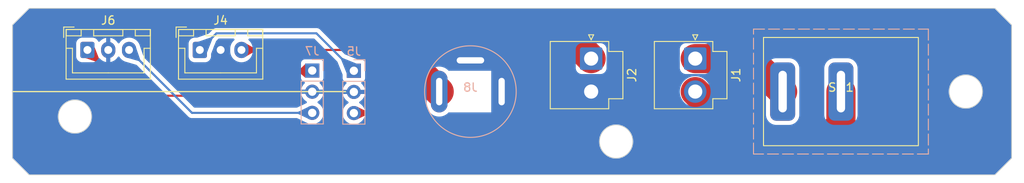
<source format=kicad_pcb>
(kicad_pcb (version 20221018) (generator pcbnew)
  (layers (0 "F.Cu" signal) (31 "B.Cu" signal) (34 "B.Paste" user) (35 "F.Paste" user) (36 "B.SilkS" user "B.Silkscreen") (37 "F.SilkS" user "F.Silkscreen") (38 "B.Mask" user) (39 "F.Mask" user) (44 "Edge.Cuts" user))
  (net 0 "")
  (net 1 "Net-(J1-Pin_1)")
  (net 2 "Net-(J1-Pin_2)")
  (net 3 "Net-(J2-Pin_1)")
  (net 4 "GND")
  (net 5 "Net-(J4-Pin_1)")
  (net 6 "Net-(J4-Pin_3)")
  (net 7 "Net-(J6-Pin_1)")
  (net 8 "Net-(J6-Pin_3)")
  (footprint "Connector_JST:JST_VH_B2P-VH-B_1x02_P3.96mm_Vertical" (layer "F.Cu") (at 157.5 56.04 -90)
    (fp_text reference "J1" (at 1.98 -4.9 90) (layer "F.SilkS"))
    (fp_text value "Conn_01x02")
    (fp_line (start -2.86 -0.3) (end -2.26 0) (stroke (width 0.12)) (layer "F.SilkS"))
    (fp_line (start -2.86 0.3) (end -2.86 -0.3) (stroke (width 0.12)) (layer "F.SilkS"))
    (fp_line (start -2.26 0) (end -2.86 0.3) (stroke (width 0.12)) (layer "F.SilkS"))
    (fp_line (start -2.06 -2.11) (end -0.86 -2.11) (stroke (width 0.12)) (layer "F.SilkS"))
    (fp_line (start -2.06 4.91) (end -2.06 -2.11) (stroke (width 0.12)) (layer "F.SilkS"))
    (fp_line (start -0.86 -3.81) (end 4.82 -3.81) (stroke (width 0.12)) (layer "F.SilkS"))
    (fp_line (start -0.86 -2.11) (end -0.86 -3.81) (stroke (width 0.12)) (layer "F.SilkS"))
    (fp_line (start 4.82 -3.81) (end 4.82 -2.11) (stroke (width 0.12)) (layer "F.SilkS"))
    (fp_line (start 4.82 -2.11) (end 6.02 -2.11) (stroke (width 0.12)) (layer "F.SilkS"))
    (fp_line (start 6.02 -2.11) (end 6.02 4.91) (stroke (width 0.12)) (layer "F.SilkS"))
    (fp_line (start 6.02 4.91) (end -2.06 4.91) (stroke (width 0.12)) (layer "F.SilkS"))
    (pad "1" thru_hole roundrect (at 0 0 270) (size 2.7 2.7) (drill 1.7) (layers "*.Cu" "*.Mask") (roundrect_rratio 0.09259296296) (net 1 "Net-(J1-Pin_1)"))
    (pad "2" thru_hole circle (at 3.96 0 270) (size 2.7 2.7) (drill 1.7) (layers "*.Cu" "*.Mask") (net 2 "Net-(J1-Pin_2)"))
  )
  (footprint "Connector_JST:JST_VH_B2P-VH-B_1x02_P3.96mm_Vertical" (layer "F.Cu") (at 145 56.04 -90)
    (fp_text reference "J2" (at 1.98 -4.9 90) (layer "F.SilkS"))
    (fp_text value "Conn_01x02")
    (fp_line (start -2.86 -0.3) (end -2.26 0) (stroke (width 0.12)) (layer "F.SilkS"))
    (fp_line (start -2.86 0.3) (end -2.86 -0.3) (stroke (width 0.12)) (layer "F.SilkS"))
    (fp_line (start -2.26 0) (end -2.86 0.3) (stroke (width 0.12)) (layer "F.SilkS"))
    (fp_line (start -2.06 -2.11) (end -0.86 -2.11) (stroke (width 0.12)) (layer "F.SilkS"))
    (fp_line (start -2.06 4.91) (end -2.06 -2.11) (stroke (width 0.12)) (layer "F.SilkS"))
    (fp_line (start -0.86 -3.81) (end 4.82 -3.81) (stroke (width 0.12)) (layer "F.SilkS"))
    (fp_line (start -0.86 -2.11) (end -0.86 -3.81) (stroke (width 0.12)) (layer "F.SilkS"))
    (fp_line (start 4.82 -3.81) (end 4.82 -2.11) (stroke (width 0.12)) (layer "F.SilkS"))
    (fp_line (start 4.82 -2.11) (end 6.02 -2.11) (stroke (width 0.12)) (layer "F.SilkS"))
    (fp_line (start 6.02 -2.11) (end 6.02 4.91) (stroke (width 0.12)) (layer "F.SilkS"))
    (fp_line (start 6.02 4.91) (end -2.06 4.91) (stroke (width 0.12)) (layer "F.SilkS"))
    (pad "1" thru_hole roundrect (at 0 0 270) (size 2.7 2.7) (drill 1.7) (layers "*.Cu" "*.Mask") (roundrect_rratio 0.09259296296) (net 3 "Net-(J2-Pin_1)"))
    (pad "2" thru_hole circle (at 3.96 0 270) (size 2.7 2.7) (drill 1.7) (layers "*.Cu" "*.Mask") (net 4 "GND"))
  )
  (footprint "Power:Marquart" (layer "F.Cu") (at 175 60)
    (fp_text reference "SW1" (at 0 -0.5 unlocked) (layer "F.SilkS"))
    (fp_text value "SW_SPST")
    (fp_rect (start -10.5 -7.5) (end 10.5 7.5) (stroke (width 0.12) (type dash)) (fill none) (layer "B.SilkS"))
    (fp_rect (start -9.3 -6.5) (end 9.3 6.5) (stroke (width 0.12)) (fill none) (layer "F.SilkS"))
    (pad "1" thru_hole roundrect (at -7 0) (size 3 7) (drill oval 1 5) (layers "*.Cu" "*.Mask") (net 1 "Net-(J1-Pin_1)"))
    (pad "2" thru_hole roundrect (at 0 0) (size 3 7) (drill oval 1 5) (layers "*.Cu" "*.Mask") (net 2 "Net-(J1-Pin_2)"))
  )
  (footprint "Connector_JST:JST_XH_B3B-XH-A_1x03_P2.50mm_Vertical" (layer "F.Cu") (at 98 55)
    (fp_text reference "J4" (at 2.5 -3.55) (layer "F.SilkS"))
    (fp_text value "Conn_01x03")
    (fp_line (start -2.85 -2.75) (end -2.85 -1.5) (stroke (width 0.12)) (layer "F.SilkS"))
    (fp_line (start -2.56 -2.46) (end -2.56 3.51) (stroke (width 0.12)) (layer "F.SilkS"))
    (fp_line (start -2.56 3.51) (end 7.56 3.51) (stroke (width 0.12)) (layer "F.SilkS"))
    (fp_line (start -2.55 -2.45) (end -2.55 -1.7) (stroke (width 0.12)) (layer "F.SilkS"))
    (fp_line (start -2.55 -1.7) (end -0.75 -1.7) (stroke (width 0.12)) (layer "F.SilkS"))
    (fp_line (start -2.55 -0.2) (end -1.8 -0.2) (stroke (width 0.12)) (layer "F.SilkS"))
    (fp_line (start -1.8 -0.2) (end -1.8 2.75) (stroke (width 0.12)) (layer "F.SilkS"))
    (fp_line (start -1.8 2.75) (end 2.5 2.75) (stroke (width 0.12)) (layer "F.SilkS"))
    (fp_line (start -1.6 -2.75) (end -2.85 -2.75) (stroke (width 0.12)) (layer "F.SilkS"))
    (fp_line (start -0.75 -2.45) (end -2.55 -2.45) (stroke (width 0.12)) (layer "F.SilkS"))
    (fp_line (start -0.75 -1.7) (end -0.75 -2.45) (stroke (width 0.12)) (layer "F.SilkS"))
    (fp_line (start 0.75 -2.45) (end 0.75 -1.7) (stroke (width 0.12)) (layer "F.SilkS"))
    (fp_line (start 0.75 -1.7) (end 4.25 -1.7) (stroke (width 0.12)) (layer "F.SilkS"))
    (fp_line (start 4.25 -2.45) (end 0.75 -2.45) (stroke (width 0.12)) (layer "F.SilkS"))
    (fp_line (start 4.25 -1.7) (end 4.25 -2.45) (stroke (width 0.12)) (layer "F.SilkS"))
    (fp_line (start 5.75 -2.45) (end 5.75 -1.7) (stroke (width 0.12)) (layer "F.SilkS"))
    (fp_line (start 5.75 -1.7) (end 7.55 -1.7) (stroke (width 0.12)) (layer "F.SilkS"))
    (fp_line (start 6.8 -0.2) (end 6.8 2.75) (stroke (width 0.12)) (layer "F.SilkS"))
    (fp_line (start 6.8 2.75) (end 2.5 2.75) (stroke (width 0.12)) (layer "F.SilkS"))
    (fp_line (start 7.55 -2.45) (end 5.75 -2.45) (stroke (width 0.12)) (layer "F.SilkS"))
    (fp_line (start 7.55 -1.7) (end 7.55 -2.45) (stroke (width 0.12)) (layer "F.SilkS"))
    (fp_line (start 7.55 -0.2) (end 6.8 -0.2) (stroke (width 0.12)) (layer "F.SilkS"))
    (fp_line (start 7.56 -2.46) (end -2.56 -2.46) (stroke (width 0.12)) (layer "F.SilkS"))
    (fp_line (start 7.56 3.51) (end 7.56 -2.46) (stroke (width 0.12)) (layer "F.SilkS"))
    (pad "1" thru_hole roundrect (at 0 0) (size 1.7 1.95) (drill 0.95) (layers "*.Cu" "*.Mask") (roundrect_rratio 0.1470588235) (net 5 "Net-(J4-Pin_1)"))
    (pad "2" thru_hole oval (at 2.5 0) (size 1.7 1.95) (drill 0.95) (layers "*.Cu" "*.Mask") (net 4 "GND"))
    (pad "3" thru_hole oval (at 5 0) (size 1.7 1.95) (drill 0.95) (layers "*.Cu" "*.Mask") (net 6 "Net-(J4-Pin_3)"))
  )
  (footprint "Connector_JST:JST_XH_B3B-XH-A_1x03_P2.50mm_Vertical" (layer "F.Cu") (at 84.5 55)
    (fp_text reference "J6" (at 2.5 -3.55) (layer "F.SilkS"))
    (fp_text value "Conn_01x03")
    (fp_line (start -2.85 -2.75) (end -2.85 -1.5) (stroke (width 0.12)) (layer "F.SilkS"))
    (fp_line (start -2.56 -2.46) (end -2.56 3.51) (stroke (width 0.12)) (layer "F.SilkS"))
    (fp_line (start -2.56 3.51) (end 7.56 3.51) (stroke (width 0.12)) (layer "F.SilkS"))
    (fp_line (start -2.55 -2.45) (end -2.55 -1.7) (stroke (width 0.12)) (layer "F.SilkS"))
    (fp_line (start -2.55 -1.7) (end -0.75 -1.7) (stroke (width 0.12)) (layer "F.SilkS"))
    (fp_line (start -2.55 -0.2) (end -1.8 -0.2) (stroke (width 0.12)) (layer "F.SilkS"))
    (fp_line (start -1.8 -0.2) (end -1.8 2.75) (stroke (width 0.12)) (layer "F.SilkS"))
    (fp_line (start -1.8 2.75) (end 2.5 2.75) (stroke (width 0.12)) (layer "F.SilkS"))
    (fp_line (start -1.6 -2.75) (end -2.85 -2.75) (stroke (width 0.12)) (layer "F.SilkS"))
    (fp_line (start -0.75 -2.45) (end -2.55 -2.45) (stroke (width 0.12)) (layer "F.SilkS"))
    (fp_line (start -0.75 -1.7) (end -0.75 -2.45) (stroke (width 0.12)) (layer "F.SilkS"))
    (fp_line (start 0.75 -2.45) (end 0.75 -1.7) (stroke (width 0.12)) (layer "F.SilkS"))
    (fp_line (start 0.75 -1.7) (end 4.25 -1.7) (stroke (width 0.12)) (layer "F.SilkS"))
    (fp_line (start 4.25 -2.45) (end 0.75 -2.45) (stroke (width 0.12)) (layer "F.SilkS"))
    (fp_line (start 4.25 -1.7) (end 4.25 -2.45) (stroke (width 0.12)) (layer "F.SilkS"))
    (fp_line (start 5.75 -2.45) (end 5.75 -1.7) (stroke (width 0.12)) (layer "F.SilkS"))
    (fp_line (start 5.75 -1.7) (end 7.55 -1.7) (stroke (width 0.12)) (layer "F.SilkS"))
    (fp_line (start 6.8 -0.2) (end 6.8 2.75) (stroke (width 0.12)) (layer "F.SilkS"))
    (fp_line (start 6.8 2.75) (end 2.5 2.75) (stroke (width 0.12)) (layer "F.SilkS"))
    (fp_line (start 7.55 -2.45) (end 5.75 -2.45) (stroke (width 0.12)) (layer "F.SilkS"))
    (fp_line (start 7.55 -1.7) (end 7.55 -2.45) (stroke (width 0.12)) (layer "F.SilkS"))
    (fp_line (start 7.55 -0.2) (end 6.8 -0.2) (stroke (width 0.12)) (layer "F.SilkS"))
    (fp_line (start 7.56 -2.46) (end -2.56 -2.46) (stroke (width 0.12)) (layer "F.SilkS"))
    (fp_line (start 7.56 3.51) (end 7.56 -2.46) (stroke (width 0.12)) (layer "F.SilkS"))
    (pad "1" thru_hole roundrect (at 0 0) (size 1.7 1.95) (drill 0.95) (layers "*.Cu" "*.Mask") (roundrect_rratio 0.1470588235) (net 7 "Net-(J6-Pin_1)"))
    (pad "2" thru_hole oval (at 2.5 0) (size 1.7 1.95) (drill 0.95) (layers "*.Cu" "*.Mask") (net 4 "GND"))
    (pad "3" thru_hole oval (at 5 0) (size 1.7 1.95) (drill 0.95) (layers "*.Cu" "*.Mask") (net 8 "Net-(J6-Pin_3)"))
  )
  (footprint "Connector_PinHeader_2.54mm:PinHeader_1x03_P2.54mm_Vertical" (layer "B.Cu") (at 111.5 57.475 180)
    (fp_text reference "J7" (at 0 2.33) (layer "B.SilkS") (effects (justify mirror)))
    (fp_text value "Conn_01x03")
    (fp_line (start -1.33 -6.41) (end 1.33 -6.41) (stroke (width 0.12)) (layer "B.SilkS"))
    (fp_line (start -1.33 -1.27) (end -1.33 -6.41) (stroke (width 0.12)) (layer "B.SilkS"))
    (fp_line (start -1.33 -1.27) (end 1.33 -1.27) (stroke (width 0.12)) (layer "B.SilkS"))
    (fp_line (start -1.33 0) (end -1.33 1.33) (stroke (width 0.12)) (layer "B.SilkS"))
    (fp_line (start -1.33 1.33) (end 0 1.33) (stroke (width 0.12)) (layer "B.SilkS"))
    (fp_line (start 1.33 -1.27) (end 1.33 -6.41) (stroke (width 0.12)) (layer "B.SilkS"))
    (pad "1" thru_hole rect (at 0 0 180) (size 1.7 1.7) (drill 1) (layers "*.Cu" "*.Mask") (net 7 "Net-(J6-Pin_1)"))
    (pad "2" thru_hole oval (at 0 -2.54 180) (size 1.7 1.7) (drill 1) (layers "*.Cu" "*.Mask") (net 4 "GND"))
    (pad "3" thru_hole oval (at 0 -5.08 180) (size 1.7 1.7) (drill 1) (layers "*.Cu" "*.Mask") (net 8 "Net-(J6-Pin_3)"))
  )
  (footprint "TeenAstro:BarrelJack_Vertical" (layer "B.Cu") (at 130.5 60 180)
    (fp_text reference "J8" (at 0 0.5 unlocked) (layer "B.SilkS") (effects (justify mirror)))
    (fp_text value "Barrel_Jack_MountingPin")
    (fp_circle (center 0 0) (end 5.5 0) (stroke (width 0.12)) (fill none) (layer "B.SilkS"))
    (pad "1" thru_hole oval (at 3.75 0 90) (size 5 2) (drill oval 3.3 0.75) (layers "*.Cu" "*.Mask") (net 3 "Net-(J2-Pin_1)"))
    (pad "2" thru_hole oval (at 0 3.75 180) (size 5 2) (drill oval 3.3 0.75) (layers "*.Cu" "*.Mask") (net 4 "GND"))
    (pad "MP" thru_hole oval (at -3.75 0 90) (size 5 2) (drill oval 3.3 0.75) (layers "*.Cu" "*.Mask") (net 4 "GND"))
    (zone (net 0) (net_name "") (layer "B.Cu") (connect_pads (clearance 0)) (min_thickness 0.254)
      (keepout (tracks not_allowed) (vias not_allowed) (pads not_allowed) (copperpour not_allowed) (footprints allowed))
      (fill (thermal_gap 0.508) (thermal_bridge_width 0.508))
      (polygon (pts (xy 128 62.5) (xy 133 62.5) (xy 133 57.5) (xy 128 57.5)))
    )
  )
  (footprint "Connector_PinHeader_2.54mm:PinHeader_1x03_P2.54mm_Vertical" (layer "B.Cu") (at 116.5 57.5 180)
    (fp_text reference "J5" (at 0 2.33) (layer "B.SilkS") (effects (justify mirror)))
    (fp_text value "Conn_01x03")
    (fp_line (start -1.33 -6.41) (end 1.33 -6.41) (stroke (width 0.12)) (layer "B.SilkS"))
    (fp_line (start -1.33 -1.27) (end -1.33 -6.41) (stroke (width 0.12)) (layer "B.SilkS"))
    (fp_line (start -1.33 -1.27) (end 1.33 -1.27) (stroke (width 0.12)) (layer "B.SilkS"))
    (fp_line (start -1.33 0) (end -1.33 1.33) (stroke (width 0.12)) (layer "B.SilkS"))
    (fp_line (start -1.33 1.33) (end 0 1.33) (stroke (width 0.12)) (layer "B.SilkS"))
    (fp_line (start 1.33 -1.27) (end 1.33 -6.41) (stroke (width 0.12)) (layer "B.SilkS"))
    (pad "1" thru_hole rect (at 0 0 180) (size 1.7 1.7) (drill 1) (layers "*.Cu" "*.Mask") (net 5 "Net-(J4-Pin_1)"))
    (pad "2" thru_hole oval (at 0 -2.54 180) (size 1.7 1.7) (drill 1) (layers "*.Cu" "*.Mask") (net 4 "GND"))
    (pad "3" thru_hole oval (at 0 -5.08 180) (size 1.7 1.7) (drill 1) (layers "*.Cu" "*.Mask") (net 6 "Net-(J4-Pin_3)"))
  )
  (gr_line (start 75.5 60) (end 115.5 60) (stroke (width 0.15)) (layer "F.SilkS"))
  (gr_circle (center 148 66) (end 150 66) (stroke (width 0.1)) (fill none) (layer "Edge.Cuts"))
  (gr_circle (center 190 60) (end 192 60) (stroke (width 0.1)) (fill none) (layer "Edge.Cuts"))
  (gr_circle (center 83 63) (end 85 63) (stroke (width 0.1)) (fill none) (layer "Edge.Cuts"))
  (gr_poly (pts (xy 75.5 52) (xy 77.5 50) (xy 193.5 50) (xy 195.5 52) (xy 195.5 68) (xy 193.5 70) (xy 77.5 70) (xy 75.5 68)) (stroke (width 0.1)) (fill none) (layer "Edge.Cuts"))
  (segment (start 157.5 56.04) (end 164.04 56.04) (width 3.5) (layer "F.Cu") (net 1))
  (segment (start 164.04 56.04) (end 168 60) (width 3.5) (layer "F.Cu") (net 1))
  (segment (start 164.5 67) (end 157.5 60) (width 3.5) (layer "F.Cu") (net 2))
  (segment (start 175 64) (end 172 67) (width 3.5) (layer "F.Cu") (net 2))
  (segment (start 175 60) (end 175 64) (width 3.5) (layer "F.Cu") (net 2))
  (segment (start 172 67) (end 164.5 67) (width 3.5) (layer "F.Cu") (net 2))
  (segment (start 124.5 55) (end 127 52.5) (width 3.5) (layer "F.Cu") (net 3))
  (segment (start 126.75 60) (end 124.5 57.75) (width 3.5) (layer "F.Cu") (net 3))
  (segment (start 141.46 52.5) (end 145 56.04) (width 3.5) (layer "F.Cu") (net 3))
  (segment (start 124.5 57.75) (end 124.5 55) (width 3.5) (layer "F.Cu") (net 3))
  (segment (start 127 52.5) (end 141.46 52.5) (width 3.5) (layer "F.Cu") (net 3))
  (segment (start 112 53) (end 116.5 57.5) (width 0.25) (layer "B.Cu") (net 5))
  (segment (start 98 55) (end 100 53) (width 0.25) (layer "B.Cu") (net 5))
  (segment (start 100 53) (end 112 53) (width 0.25) (layer "B.Cu") (net 5))
  (segment (start 103 55) (end 119 55) (width 0.25) (layer "F.Cu") (net 6))
  (segment (start 118.92 62.58) (end 116.5 62.58) (width 0.25) (layer "F.Cu") (net 6))
  (segment (start 119 55) (end 119.5 55.5) (width 0.25) (layer "F.Cu") (net 6))
  (segment (start 119.5 62) (end 118.92 62.58) (width 0.25) (layer "F.Cu") (net 6))
  (segment (start 119.5 55.5) (end 119.5 62) (width 0.25) (layer "F.Cu") (net 6))
  (segment (start 90 60.5) (end 107 60.5) (width 0.25) (layer "F.Cu") (net 7))
  (segment (start 107 60.5) (end 110.025 57.475) (width 0.25) (layer "F.Cu") (net 7))
  (segment (start 110.025 57.475) (end 111.5 57.475) (width 0.25) (layer "F.Cu") (net 7))
  (segment (start 84.5 55) (end 90 60.5) (width 0.25) (layer "F.Cu") (net 7))
  (segment (start 97.055 62.555) (end 111.5 62.555) (width 0.25) (layer "B.Cu") (net 8))
  (segment (start 89.5 55) (end 97.055 62.555) (width 0.25) (layer "B.Cu") (net 8))
  (zone (net 4) (net_name "GND") (layer "B.Cu") (connect_pads (clearance 0.5)) (min_thickness 0.25) (fill yes (thermal_gap 0.5) (thermal_bridge_width 0.5) (island_removal_mode 1) (island_area_min 10))
    (polygon (pts (xy 74 49) (xy 197 49) (xy 197 71) (xy 74 71)))
  )
)
</source>
